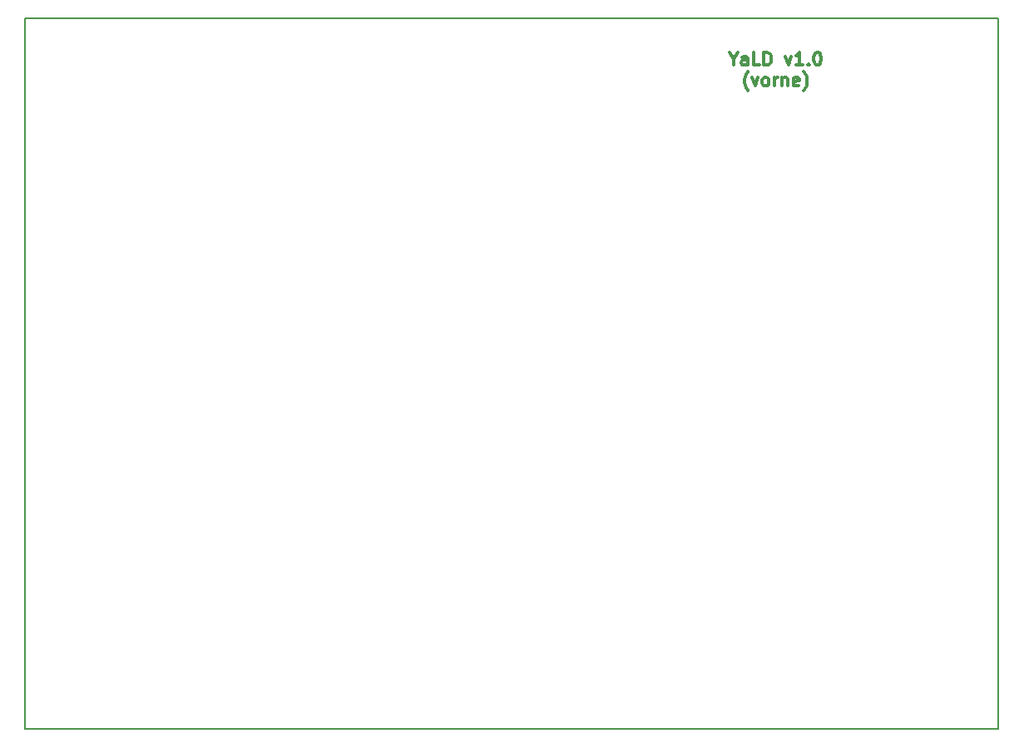
<source format=gtp>
G04 #@! TF.FileFunction,Paste,Top*
%FSLAX46Y46*%
G04 Gerber Fmt 4.6, Leading zero omitted, Abs format (unit mm)*
G04 Created by KiCad (PCBNEW 0.201501052116+5352~20~ubuntu14.04.1-product) date Di 06 Jan 2015 18:05:51 CET*
%MOMM*%
G01*
G04 APERTURE LIST*
%ADD10C,0.150000*%
%ADD11C,0.300000*%
%ADD12C,0.200000*%
G04 APERTURE END LIST*
D10*
D11*
X97487620Y-28249048D02*
X97487620Y-28868095D01*
X97054287Y-27568095D02*
X97487620Y-28249048D01*
X97920953Y-27568095D01*
X98911430Y-28868095D02*
X98911430Y-28187143D01*
X98849525Y-28063333D01*
X98725715Y-28001429D01*
X98478096Y-28001429D01*
X98354287Y-28063333D01*
X98911430Y-28806190D02*
X98787620Y-28868095D01*
X98478096Y-28868095D01*
X98354287Y-28806190D01*
X98292382Y-28682381D01*
X98292382Y-28558571D01*
X98354287Y-28434762D01*
X98478096Y-28372857D01*
X98787620Y-28372857D01*
X98911430Y-28310952D01*
X100149524Y-28868095D02*
X99530477Y-28868095D01*
X99530477Y-27568095D01*
X100582858Y-28868095D02*
X100582858Y-27568095D01*
X100892382Y-27568095D01*
X101078096Y-27630000D01*
X101201905Y-27753810D01*
X101263810Y-27877619D01*
X101325715Y-28125238D01*
X101325715Y-28310952D01*
X101263810Y-28558571D01*
X101201905Y-28682381D01*
X101078096Y-28806190D01*
X100892382Y-28868095D01*
X100582858Y-28868095D01*
X102749524Y-28001429D02*
X103059048Y-28868095D01*
X103368572Y-28001429D01*
X104544762Y-28868095D02*
X103801905Y-28868095D01*
X104173334Y-28868095D02*
X104173334Y-27568095D01*
X104049524Y-27753810D01*
X103925715Y-27877619D01*
X103801905Y-27939524D01*
X105101905Y-28744286D02*
X105163810Y-28806190D01*
X105101905Y-28868095D01*
X105040000Y-28806190D01*
X105101905Y-28744286D01*
X105101905Y-28868095D01*
X105968572Y-27568095D02*
X106092381Y-27568095D01*
X106216191Y-27630000D01*
X106278096Y-27691905D01*
X106340000Y-27815714D01*
X106401905Y-28063333D01*
X106401905Y-28372857D01*
X106340000Y-28620476D01*
X106278096Y-28744286D01*
X106216191Y-28806190D01*
X106092381Y-28868095D01*
X105968572Y-28868095D01*
X105844762Y-28806190D01*
X105782858Y-28744286D01*
X105720953Y-28620476D01*
X105659048Y-28372857D01*
X105659048Y-28063333D01*
X105720953Y-27815714D01*
X105782858Y-27691905D01*
X105844762Y-27630000D01*
X105968572Y-27568095D01*
X98973333Y-31483333D02*
X98911429Y-31421429D01*
X98787619Y-31235714D01*
X98725714Y-31111905D01*
X98663810Y-30926190D01*
X98601905Y-30616667D01*
X98601905Y-30369048D01*
X98663810Y-30059524D01*
X98725714Y-29873810D01*
X98787619Y-29750000D01*
X98911429Y-29564286D01*
X98973333Y-29502381D01*
X99344762Y-30121429D02*
X99654286Y-30988095D01*
X99963810Y-30121429D01*
X100644762Y-30988095D02*
X100520953Y-30926190D01*
X100459048Y-30864286D01*
X100397143Y-30740476D01*
X100397143Y-30369048D01*
X100459048Y-30245238D01*
X100520953Y-30183333D01*
X100644762Y-30121429D01*
X100830476Y-30121429D01*
X100954286Y-30183333D01*
X101016191Y-30245238D01*
X101078095Y-30369048D01*
X101078095Y-30740476D01*
X101016191Y-30864286D01*
X100954286Y-30926190D01*
X100830476Y-30988095D01*
X100644762Y-30988095D01*
X101635238Y-30988095D02*
X101635238Y-30121429D01*
X101635238Y-30369048D02*
X101697143Y-30245238D01*
X101759047Y-30183333D01*
X101882857Y-30121429D01*
X102006666Y-30121429D01*
X102440000Y-30121429D02*
X102440000Y-30988095D01*
X102440000Y-30245238D02*
X102501905Y-30183333D01*
X102625714Y-30121429D01*
X102811428Y-30121429D01*
X102935238Y-30183333D01*
X102997143Y-30307143D01*
X102997143Y-30988095D01*
X104111428Y-30926190D02*
X103987618Y-30988095D01*
X103739999Y-30988095D01*
X103616190Y-30926190D01*
X103554285Y-30802381D01*
X103554285Y-30307143D01*
X103616190Y-30183333D01*
X103739999Y-30121429D01*
X103987618Y-30121429D01*
X104111428Y-30183333D01*
X104173333Y-30307143D01*
X104173333Y-30430952D01*
X103554285Y-30554762D01*
X104606666Y-31483333D02*
X104668571Y-31421429D01*
X104792381Y-31235714D01*
X104854285Y-31111905D01*
X104916190Y-30926190D01*
X104978095Y-30616667D01*
X104978095Y-30369048D01*
X104916190Y-30059524D01*
X104854285Y-29873810D01*
X104792381Y-29750000D01*
X104668571Y-29564286D01*
X104606666Y-29502381D01*
D12*
X124460000Y-24130000D02*
X25400000Y-24130000D01*
X124460000Y-96520000D02*
X124460000Y-24130000D01*
X25400000Y-96520000D02*
X124460000Y-96520000D01*
X25400000Y-24130000D02*
X25400000Y-96520000D01*
M02*

</source>
